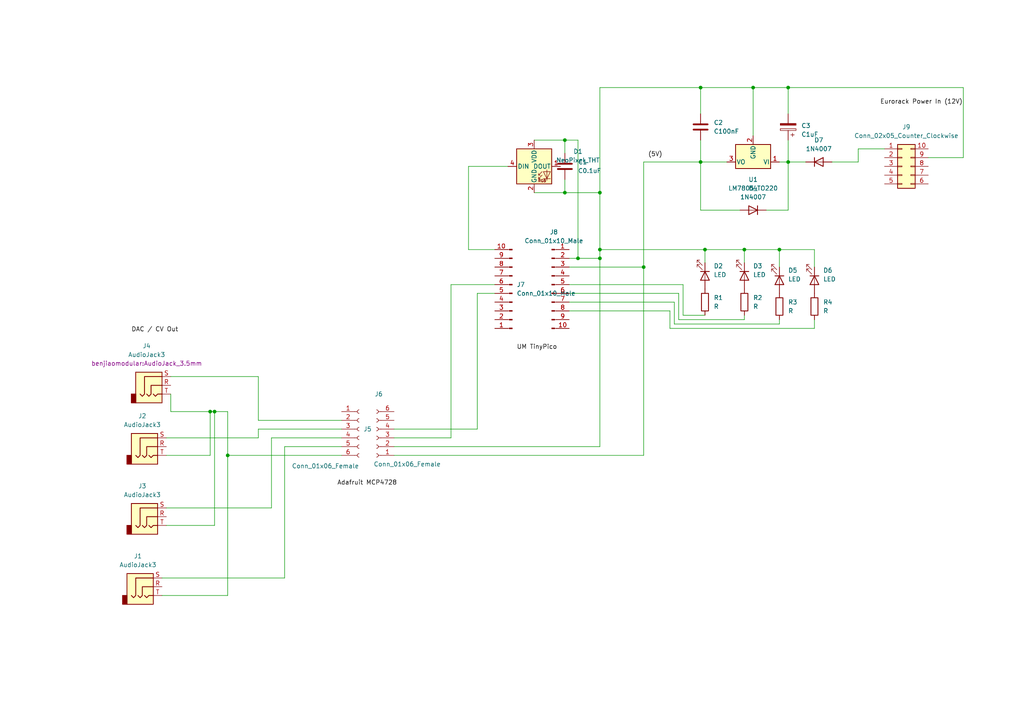
<source format=kicad_sch>
(kicad_sch (version 20211123) (generator eeschema)
  (paper "A4")
  (lib_symbols
    (symbol "Connector:AudioJack3"
      (property "Reference" "J" (at 0 8.89 0))
      (property "Value" "AudioJack3" (at 0 6.35 0))
      (symbol "AudioJack3_0_1"
        (rectangle (start -5.08 -5.08) (end -6.35 -2.54) (stroke (width 0.254)) (fill (type outline)))
        (polyline (pts (xy 0 -2.54) (xy 0.635 -3.175) (xy 1.27 -2.54) (xy 2.54 -2.54)) (stroke (width 0.254)))
        (polyline (pts (xy -1.905 -2.54) (xy -1.27 -3.175) (xy -0.635 -2.54) (xy -0.635 0) (xy 2.54 0)) (stroke (width 0.254)))
        (polyline (pts (xy 2.54 2.54) (xy -2.54 2.54) (xy -2.54 -2.54) (xy -3.175 -3.175) (xy -3.81 -2.54)) (stroke (width 0.254)))
        (rectangle (start 2.54 3.81) (end -5.08 -5.08) (stroke (width 0.254)) (fill (type background)))
      )
      (symbol "AudioJack3_1_1"
        (pin passive line (at 5.08 0 180) (length 2.54) (name "~") (number "R"))
        (pin passive line (at 5.08 2.54 180) (length 2.54) (name "~") (number "S"))
        (pin passive line (at 5.08 -2.54 180) (length 2.54) (name "~") (number "T"))
      )
    )
    (symbol "Connector:Conn_01x06_Female" (pin_names (offset 1.016) hide)
      (property "Reference" "J" (at 0 7.62 0))
      (property "Value" "Conn_01x06_Female" (at 0 -10.16 0))
      (symbol "Conn_01x06_Female_1_1"
        (arc (start 0 -7.112) (mid -0.508 -7.62) (end 0 -8.128) (stroke (width 0.1524)))
        (arc (start 0 -4.572) (mid -0.508 -5.08) (end 0 -5.588) (stroke (width 0.1524)))
        (arc (start 0 -2.032) (mid -0.508 -2.54) (end 0 -3.048) (stroke (width 0.1524)))
        (polyline (pts (xy -1.27 -7.62) (xy -0.508 -7.62)) (stroke (width 0.1524)))
        (polyline (pts (xy -1.27 -5.08) (xy -0.508 -5.08)) (stroke (width 0.1524)))
        (polyline (pts (xy -1.27 -2.54) (xy -0.508 -2.54)) (stroke (width 0.1524)))
        (polyline (pts (xy -1.27 0) (xy -0.508 0)) (stroke (width 0.1524)))
        (polyline (pts (xy -1.27 2.54) (xy -0.508 2.54)) (stroke (width 0.1524)))
        (polyline (pts (xy -1.27 5.08) (xy -0.508 5.08)) (stroke (width 0.1524)))
        (arc (start 0 0.508) (mid -0.508 0) (end 0 -0.508) (stroke (width 0.1524)))
        (arc (start 0 3.048) (mid -0.508 2.54) (end 0 2.032) (stroke (width 0.1524)))
        (arc (start 0 5.588) (mid -0.508 5.08) (end 0 4.572) (stroke (width 0.1524)))
        (pin passive line (at -5.08 5.08 0) (length 3.81) (name "Pin_1") (number "1"))
        (pin passive line (at -5.08 2.54 0) (length 3.81) (name "Pin_2") (number "2"))
        (pin passive line (at -5.08 0 0) (length 3.81) (name "Pin_3") (number "3"))
        (pin passive line (at -5.08 -2.54 0) (length 3.81) (name "Pin_4") (number "4"))
        (pin passive line (at -5.08 -5.08 0) (length 3.81) (name "Pin_5") (number "5"))
        (pin passive line (at -5.08 -7.62 0) (length 3.81) (name "Pin_6") (number "6"))
      )
    )
    (symbol "Connector:Conn_01x10_Male" (pin_names (offset 1.016) hide)
      (property "Reference" "J" (at 0 12.7 0))
      (property "Value" "Conn_01x10_Male" (at 0 -15.24 0))
      (symbol "Conn_01x10_Male_1_1"
        (polyline (pts (xy 1.27 -12.7) (xy 0.8636 -12.7)) (stroke (width 0.1524)))
        (polyline (pts (xy 1.27 -10.16) (xy 0.8636 -10.16)) (stroke (width 0.1524)))
        (polyline (pts (xy 1.27 -7.62) (xy 0.8636 -7.62)) (stroke (width 0.1524)))
        (polyline (pts (xy 1.27 -5.08) (xy 0.8636 -5.08)) (stroke (width 0.1524)))
        (polyline (pts (xy 1.27 -2.54) (xy 0.8636 -2.54)) (stroke (width 0.1524)))
        (polyline (pts (xy 1.27 0) (xy 0.8636 0)) (stroke (width 0.1524)))
        (polyline (pts (xy 1.27 2.54) (xy 0.8636 2.54)) (stroke (width 0.1524)))
        (polyline (pts (xy 1.27 5.08) (xy 0.8636 5.08)) (stroke (width 0.1524)))
        (polyline (pts (xy 1.27 7.62) (xy 0.8636 7.62)) (stroke (width 0.1524)))
        (polyline (pts (xy 1.27 10.16) (xy 0.8636 10.16)) (stroke (width 0.1524)))
        (rectangle (start 0.8636 -12.573) (end 0 -12.827) (stroke (width 0.1524)) (fill (type outline)))
        (rectangle (start 0.8636 -10.033) (end 0 -10.287) (stroke (width 0.1524)) (fill (type outline)))
        (rectangle (start 0.8636 -7.493) (end 0 -7.747) (stroke (width 0.1524)) (fill (type outline)))
        (rectangle (start 0.8636 -4.953) (end 0 -5.207) (stroke (width 0.1524)) (fill (type outline)))
        (rectangle (start 0.8636 -2.413) (end 0 -2.667) (stroke (width 0.1524)) (fill (type outline)))
        (rectangle (start 0.8636 0.127) (end 0 -0.127) (stroke (width 0.1524)) (fill (type outline)))
        (rectangle (start 0.8636 2.667) (end 0 2.413) (stroke (width 0.1524)) (fill (type outline)))
        (rectangle (start 0.8636 5.207) (end 0 4.953) (stroke (width 0.1524)) (fill (type outline)))
        (rectangle (start 0.8636 7.747) (end 0 7.493) (stroke (width 0.1524)) (fill (type outline)))
        (rectangle (start 0.8636 10.287) (end 0 10.033) (stroke (width 0.1524)) (fill (type outline)))
        (pin passive line (at 5.08 10.16 180) (length 3.81) (name "Pin_1") (number "1"))
        (pin passive line (at 5.08 -12.7 180) (length 3.81) (name "Pin_10") (number "10"))
        (pin passive line (at 5.08 7.62 180) (length 3.81) (name "Pin_2") (number "2"))
        (pin passive line (at 5.08 5.08 180) (length 3.81) (name "Pin_3") (number "3"))
        (pin passive line (at 5.08 2.54 180) (length 3.81) (name "Pin_4") (number "4"))
        (pin passive line (at 5.08 0 180) (length 3.81) (name "Pin_5") (number "5"))
        (pin passive line (at 5.08 -2.54 180) (length 3.81) (name "Pin_6") (number "6"))
        (pin passive line (at 5.08 -5.08 180) (length 3.81) (name "Pin_7") (number "7"))
        (pin passive line (at 5.08 -7.62 180) (length 3.81) (name "Pin_8") (number "8"))
        (pin passive line (at 5.08 -10.16 180) (length 3.81) (name "Pin_9") (number "9"))
      )
    )
    (symbol "Connector_Generic:Conn_02x05_Counter_Clockwise" (pin_names (offset 1.016) hide)
      (property "Reference" "J" (at 1.27 7.62 0))
      (property "Value" "Conn_02x05_Counter_Clockwise" (at 1.27 -7.62 0))
      (symbol "Conn_02x05_Counter_Clockwise_1_1"
        (rectangle (start -1.27 -4.953) (end 0 -5.207) (stroke (width 0.1524)))
        (rectangle (start -1.27 -2.413) (end 0 -2.667) (stroke (width 0.1524)))
        (rectangle (start -1.27 0.127) (end 0 -0.127) (stroke (width 0.1524)))
        (rectangle (start -1.27 2.667) (end 0 2.413) (stroke (width 0.1524)))
        (rectangle (start -1.27 5.207) (end 0 4.953) (stroke (width 0.1524)))
        (rectangle (start -1.27 6.35) (end 3.81 -6.35) (stroke (width 0.254)) (fill (type background)))
        (rectangle (start 3.81 -4.953) (end 2.54 -5.207) (stroke (width 0.1524)))
        (rectangle (start 3.81 -2.413) (end 2.54 -2.667) (stroke (width 0.1524)))
        (rectangle (start 3.81 0.127) (end 2.54 -0.127) (stroke (width 0.1524)))
        (rectangle (start 3.81 2.667) (end 2.54 2.413) (stroke (width 0.1524)))
        (rectangle (start 3.81 5.207) (end 2.54 4.953) (stroke (width 0.1524)))
        (pin passive line (at -5.08 5.08 0) (length 3.81) (name "Pin_1") (number "1"))
        (pin passive line (at 7.62 5.08 180) (length 3.81) (name "Pin_10") (number "10"))
        (pin passive line (at -5.08 2.54 0) (length 3.81) (name "Pin_2") (number "2"))
        (pin passive line (at -5.08 0 0) (length 3.81) (name "Pin_3") (number "3"))
        (pin passive line (at -5.08 -2.54 0) (length 3.81) (name "Pin_4") (number "4"))
        (pin passive line (at -5.08 -5.08 0) (length 3.81) (name "Pin_5") (number "5"))
        (pin passive line (at 7.62 -5.08 180) (length 3.81) (name "Pin_6") (number "6"))
        (pin passive line (at 7.62 -2.54 180) (length 3.81) (name "Pin_7") (number "7"))
        (pin passive line (at 7.62 0 180) (length 3.81) (name "Pin_8") (number "8"))
        (pin passive line (at 7.62 2.54 180) (length 3.81) (name "Pin_9") (number "9"))
      )
    )
    (symbol "Device:C" (pin_numbers hide) (pin_names (offset 0.254))
      (property "Reference" "C" (at 0.635 2.54 0))
      (property "Value" "C" (at 0.635 -2.54 0))
      (symbol "C_0_1"
        (polyline (pts (xy -2.032 -0.762) (xy 2.032 -0.762)) (stroke (width 0.508)))
        (polyline (pts (xy -2.032 0.762) (xy 2.032 0.762)) (stroke (width 0.508)))
      )
      (symbol "C_1_1"
        (pin passive line (at 0 3.81 270) (length 2.794) (name "~") (number "1"))
        (pin passive line (at 0 -3.81 90) (length 2.794) (name "~") (number "2"))
      )
    )
    (symbol "Device:C_Polarized" (pin_numbers hide) (pin_names (offset 0.254))
      (property "Reference" "C" (at 0.635 2.54 0))
      (property "Value" "C_Polarized" (at 0.635 -2.54 0))
      (symbol "C_Polarized_0_1"
        (rectangle (start -2.286 0.508) (end 2.286 1.016))
        (polyline (pts (xy -1.778 2.286) (xy -0.762 2.286)))
        (polyline (pts (xy -1.27 2.794) (xy -1.27 1.778)))
        (rectangle (start 2.286 -0.508) (end -2.286 -1.016) (fill (type outline)))
      )
      (symbol "C_Polarized_1_1"
        (pin passive line (at 0 3.81 270) (length 2.794) (name "~") (number "1"))
        (pin passive line (at 0 -3.81 90) (length 2.794) (name "~") (number "2"))
      )
    )
    (symbol "Device:LED" (pin_numbers hide) (pin_names (offset 1.016) hide)
      (property "Reference" "D" (at 0 2.54 0))
      (property "Value" "LED" (at 0 -2.54 0))
      (symbol "LED_0_1"
        (polyline (pts (xy -1.27 -1.27) (xy -1.27 1.27)) (stroke (width 0.254)))
        (polyline (pts (xy -1.27 0) (xy 1.27 0)))
        (polyline (pts (xy 1.27 -1.27) (xy 1.27 1.27) (xy -1.27 0) (xy 1.27 -1.27)) (stroke (width 0.254)))
        (polyline (pts (xy -3.048 -0.762) (xy -4.572 -2.286) (xy -3.81 -2.286) (xy -4.572 -2.286) (xy -4.572 -1.524)))
        (polyline (pts (xy -1.778 -0.762) (xy -3.302 -2.286) (xy -2.54 -2.286) (xy -3.302 -2.286) (xy -3.302 -1.524)))
      )
      (symbol "LED_1_1"
        (pin passive line (at -3.81 0 0) (length 2.54) (name "K") (number "1"))
        (pin passive line (at 3.81 0 180) (length 2.54) (name "A") (number "2"))
      )
    )
    (symbol "Device:R" (pin_numbers hide) (pin_names (offset 0))
      (property "Reference" "R" (at 2.032 0 90))
      (property "Value" "R" (at 0 0 90))
      (symbol "R_0_1"
        (rectangle (start -1.016 -2.54) (end 1.016 2.54) (stroke (width 0.254)))
      )
      (symbol "R_1_1"
        (pin passive line (at 0 3.81 270) (length 1.27) (name "~") (number "1"))
        (pin passive line (at 0 -3.81 90) (length 1.27) (name "~") (number "2"))
      )
    )
    (symbol "Diode:1N4007" (pin_numbers hide) (pin_names hide)
      (property "Reference" "D" (at 0 2.54 0))
      (property "Value" "1N4007" (at 0 -2.54 0))
      (symbol "1N4007_0_1"
        (polyline (pts (xy -1.27 1.27) (xy -1.27 -1.27)) (stroke (width 0.254)))
        (polyline (pts (xy 1.27 0) (xy -1.27 0)))
        (polyline (pts (xy 1.27 1.27) (xy 1.27 -1.27) (xy -1.27 0) (xy 1.27 1.27)) (stroke (width 0.254)))
      )
      (symbol "1N4007_1_1"
        (pin passive line (at -3.81 0 0) (length 2.54) (name "K") (number "1"))
        (pin passive line (at 3.81 0 180) (length 2.54) (name "A") (number "2"))
      )
    )
    (symbol "LED:NeoPixel_THT" (pin_names (offset 0.254))
      (property "Reference" "D" (at 5.08 5.715 0))
      (property "Value" "NeoPixel_THT" (at 1.27 -5.715 0))
      (symbol "NeoPixel_THT_0_0"
        (text "RGB" (at 2.286 -4.191 0) (effects (font (size 0.762 0.762))))
      )
      (symbol "NeoPixel_THT_0_1"
        (polyline (pts (xy 1.27 -3.556) (xy 1.778 -3.556)))
        (polyline (pts (xy 1.27 -2.54) (xy 1.778 -2.54)))
        (polyline (pts (xy 4.699 -3.556) (xy 2.667 -3.556)))
        (polyline (pts (xy 2.286 -2.54) (xy 1.27 -3.556) (xy 1.27 -3.048)))
        (polyline (pts (xy 2.286 -1.524) (xy 1.27 -2.54) (xy 1.27 -2.032)))
        (polyline (pts (xy 3.683 -1.016) (xy 3.683 -3.556) (xy 3.683 -4.064)))
        (polyline (pts (xy 4.699 -1.524) (xy 2.667 -1.524) (xy 3.683 -3.556) (xy 4.699 -1.524)))
        (rectangle (start 5.08 5.08) (end -5.08 -5.08) (stroke (width 0.254)) (fill (type background)))
      )
      (symbol "NeoPixel_THT_1_1"
        (pin output line (at 7.62 0 180) (length 2.54) (name "DOUT") (number "1"))
        (pin power_in line (at 0 -7.62 90) (length 2.54) (name "GND") (number "2"))
        (pin power_in line (at 0 7.62 270) (length 2.54) (name "VDD") (number "3"))
        (pin input line (at -7.62 0 0) (length 2.54) (name "DIN") (number "4"))
      )
    )
    (symbol "Regulator_Linear:LM7805_TO220" (pin_names (offset 0.254))
      (property "Reference" "U" (at -3.81 3.175 0))
      (property "Value" "LM7805_TO220" (at 0 3.175 0))
      (symbol "LM7805_TO220_0_1"
        (rectangle (start -5.08 1.905) (end 5.08 -5.08) (stroke (width 0.254)) (fill (type background)))
      )
      (symbol "LM7805_TO220_1_1"
        (pin power_in line (at -7.62 0 0) (length 2.54) (name "VI") (number "1"))
        (pin power_in line (at 0 -7.62 90) (length 2.54) (name "GND") (number "2"))
        (pin power_out line (at 7.62 0 180) (length 2.54) (name "VO") (number "3"))
      )
    )
  )
  (junction (at 226.06 72.39))
  (junction (at 218.44 25.4))
  (junction (at 173.99 55.88))
  (junction (at 163.83 55.88))
  (junction (at 60.96 119.38))
  (junction (at 186.69 77.47))
  (junction (at 203.2 46.99))
  (junction (at 215.9 72.39))
  (junction (at 228.6 25.4))
  (junction (at 173.99 72.39))
  (junction (at 167.64 74.93))
  (junction (at 204.47 72.39))
  (junction (at 228.6 46.99))
  (junction (at 203.2 25.4))
  (junction (at 163.83 40.64))
  (junction (at 62.23 119.38))
  (junction (at 173.99 74.93))
  (junction (at 66.04 132.08))
  (wire (pts (xy 165.1 87.63) (xy 195.58 87.63)))
  (wire (pts (xy 236.22 77.47) (xy 236.22 72.39)))
  (wire (pts (xy 60.96 132.08) (xy 60.96 119.38)))
  (wire (pts (xy 114.3 129.54) (xy 173.99 129.54)))
  (wire (pts (xy 173.99 129.54) (xy 173.99 74.93)))
  (wire (pts (xy 163.83 52.07) (xy 163.83 55.88)))
  (wire (pts (xy 210.82 46.99) (xy 203.2 46.99)))
  (wire (pts (xy 203.2 25.4) (xy 203.2 33.02)))
  (wire (pts (xy 248.92 43.18) (xy 256.54 43.18)))
  (wire (pts (xy 228.6 40.64) (xy 228.6 46.99)))
  (wire (pts (xy 165.1 90.17) (xy 194.31 90.17)))
  (wire (pts (xy 279.4 45.72) (xy 269.24 45.72)))
  (wire (pts (xy 74.93 109.22) (xy 74.93 121.92)))
  (wire (pts (xy 279.4 25.4) (xy 279.4 45.72)))
  (wire (pts (xy 165.1 77.47) (xy 186.69 77.47)))
  (wire (pts (xy 66.04 172.72) (xy 66.04 132.08)))
  (wire (pts (xy 203.2 60.96) (xy 203.2 46.99)))
  (wire (pts (xy 114.3 132.08) (xy 186.69 132.08)))
  (wire (pts (xy 48.26 127) (xy 74.93 127)))
  (wire (pts (xy 241.3 46.99) (xy 248.92 46.99)))
  (wire (pts (xy 167.64 40.64) (xy 167.64 74.93)))
  (wire (pts (xy 147.32 48.26) (xy 135.89 48.26)))
  (wire (pts (xy 154.94 55.88) (xy 163.83 55.88)))
  (wire (pts (xy 163.83 55.88) (xy 173.99 55.88)))
  (wire (pts (xy 66.04 132.08) (xy 99.06 132.08)))
  (wire (pts (xy 114.3 124.46) (xy 138.43 124.46)))
  (wire (pts (xy 194.31 95.25) (xy 236.22 95.25)))
  (wire (pts (xy 203.2 40.64) (xy 203.2 46.99)))
  (wire (pts (xy 215.9 72.39) (xy 204.47 72.39)))
  (wire (pts (xy 204.47 76.2) (xy 204.47 72.39)))
  (wire (pts (xy 167.64 74.93) (xy 173.99 74.93)))
  (wire (pts (xy 163.83 40.64) (xy 167.64 40.64)))
  (wire (pts (xy 130.81 82.55) (xy 130.81 127)))
  (wire (pts (xy 228.6 25.4) (xy 218.44 25.4)))
  (wire (pts (xy 228.6 46.99) (xy 233.68 46.99)))
  (wire (pts (xy 215.9 76.2) (xy 215.9 72.39)))
  (wire (pts (xy 82.55 129.54) (xy 99.06 129.54)))
  (wire (pts (xy 226.06 93.98) (xy 226.06 92.71)))
  (wire (pts (xy 62.23 119.38) (xy 60.96 119.38)))
  (wire (pts (xy 143.51 82.55) (xy 130.81 82.55)))
  (wire (pts (xy 154.94 40.64) (xy 163.83 40.64)))
  (wire (pts (xy 173.99 25.4) (xy 203.2 25.4)))
  (wire (pts (xy 226.06 46.99) (xy 228.6 46.99)))
  (wire (pts (xy 49.53 109.22) (xy 74.93 109.22)))
  (wire (pts (xy 49.53 119.38) (xy 49.53 114.3)))
  (wire (pts (xy 78.74 127) (xy 78.74 147.32)))
  (wire (pts (xy 74.93 124.46) (xy 99.06 124.46)))
  (wire (pts (xy 173.99 55.88) (xy 173.99 25.4)))
  (wire (pts (xy 186.69 132.08) (xy 186.69 77.47)))
  (wire (pts (xy 222.25 60.96) (xy 228.6 60.96)))
  (wire (pts (xy 196.85 92.71) (xy 215.9 92.71)))
  (wire (pts (xy 228.6 25.4) (xy 228.6 33.02)))
  (wire (pts (xy 226.06 72.39) (xy 215.9 72.39)))
  (wire (pts (xy 66.04 119.38) (xy 62.23 119.38)))
  (wire (pts (xy 248.92 46.99) (xy 248.92 43.18)))
  (wire (pts (xy 130.81 127) (xy 114.3 127)))
  (wire (pts (xy 236.22 95.25) (xy 236.22 92.71)))
  (wire (pts (xy 48.26 132.08) (xy 60.96 132.08)))
  (wire (pts (xy 228.6 60.96) (xy 228.6 46.99)))
  (wire (pts (xy 165.1 85.09) (xy 196.85 85.09)))
  (wire (pts (xy 198.12 82.55) (xy 198.12 91.44)))
  (wire (pts (xy 198.12 91.44) (xy 204.47 91.44)))
  (wire (pts (xy 195.58 87.63) (xy 195.58 93.98)))
  (wire (pts (xy 46.99 167.64) (xy 82.55 167.64)))
  (wire (pts (xy 66.04 132.08) (xy 66.04 119.38)))
  (wire (pts (xy 135.89 72.39) (xy 143.51 72.39)))
  (wire (pts (xy 74.93 121.92) (xy 99.06 121.92)))
  (wire (pts (xy 165.1 74.93) (xy 167.64 74.93)))
  (wire (pts (xy 165.1 82.55) (xy 198.12 82.55)))
  (wire (pts (xy 203.2 46.99) (xy 186.69 46.99)))
  (wire (pts (xy 46.99 172.72) (xy 66.04 172.72)))
  (wire (pts (xy 138.43 85.09) (xy 143.51 85.09)))
  (wire (pts (xy 196.85 85.09) (xy 196.85 92.71)))
  (wire (pts (xy 204.47 72.39) (xy 173.99 72.39)))
  (wire (pts (xy 82.55 167.64) (xy 82.55 129.54)))
  (wire (pts (xy 215.9 92.71) (xy 215.9 91.44)))
  (wire (pts (xy 186.69 46.99) (xy 186.69 77.47)))
  (wire (pts (xy 226.06 77.47) (xy 226.06 72.39)))
  (wire (pts (xy 78.74 147.32) (xy 48.26 147.32)))
  (wire (pts (xy 236.22 72.39) (xy 226.06 72.39)))
  (wire (pts (xy 163.83 40.64) (xy 163.83 44.45)))
  (wire (pts (xy 62.23 119.38) (xy 62.23 152.4)))
  (wire (pts (xy 195.58 93.98) (xy 226.06 93.98)))
  (wire (pts (xy 279.4 25.4) (xy 228.6 25.4)))
  (wire (pts (xy 99.06 127) (xy 78.74 127)))
  (wire (pts (xy 194.31 90.17) (xy 194.31 95.25)))
  (wire (pts (xy 138.43 124.46) (xy 138.43 85.09)))
  (wire (pts (xy 48.26 152.4) (xy 62.23 152.4)))
  (wire (pts (xy 173.99 72.39) (xy 173.99 55.88)))
  (wire (pts (xy 218.44 25.4) (xy 218.44 39.37)))
  (wire (pts (xy 173.99 74.93) (xy 173.99 72.39)))
  (wire (pts (xy 218.44 25.4) (xy 203.2 25.4)))
  (wire (pts (xy 60.96 119.38) (xy 49.53 119.38)))
  (wire (pts (xy 214.63 60.96) (xy 203.2 60.96)))
  (wire (pts (xy 74.93 127) (xy 74.93 124.46)))
  (wire (pts (xy 135.89 48.26) (xy 135.89 72.39)))
  (label "UM TinyPico" (at 149.86 101.6 0))
  (label "(5V)" (at 187.96 45.72 0))
  (label "DAC {slash} CV Out" (at 38.1 96.52 0))
  (label "Adafruit MCP4728" (at 97.79 140.97 0))
  (label "Eurorack Power In (12V)" (at 255.27 30.48 0))
  (symbol (lib_id "Device:R") (at 204.47 87.63 0) (unit 1)
    (property "Reference" "R1" (at 207.01 86.3599 0) (effects (justify left)))
    (property "Value" "R" (at 207.01 88.8999 0) (effects (justify left)))
    (property "Footprint" "Resistor_THT:R_Axial_DIN0204_L3.6mm_D1.6mm_P2.54mm_Vertical" (effects hide))
  )
  (symbol (lib_id "Device:C") (at 203.2 36.83 0) (unit 1)
    (property "Reference" "C2" (at 207.01 35.5599 0) (effects (justify left)))
    (property "Value" "C100nF" (at 207.01 38.0999 0) (effects (justify left)))
    (property "Footprint" "Capacitor_THT:C_Rect_L4.0mm_W2.5mm_P2.50mm" (effects hide))
  )
  (symbol (lib_id "Device:LED") (at 215.9 80.01 270) (unit 1)
    (property "Reference" "D3" (at 218.44 77.1524 90) (effects (justify left)))
    (property "Value" "LED" (at 218.44 79.6924 90) (effects (justify left)))
    (property "Footprint" "LED_THT:LED_D3.0mm" (effects hide))
  )
  (symbol (lib_id "LED:NeoPixel_THT") (at 154.94 48.26 0) (unit 1)
    (property "Reference" "D1" (at 167.64 43.9293 0))
    (property "Value" "NeoPixel_THT" (at 167.64 46.4693 0))
    (property "Footprint" "LED_THT:LED_D5.0mm-4_RGB_Staggered_Pins" (effects hide))
    (property "Datasheet" "https://www.adafruit.com/product/1938" (effects hide))
  )
  (symbol (lib_id "Device:C_Polarized") (at 228.6 36.83 180) (unit 1)
    (property "Reference" "C3" (at 232.41 36.4489 0) (effects (justify right)))
    (property "Value" "C1uF" (at 232.41 38.9889 0) (effects (justify right)))
    (property "Footprint" "Capacitor_THT:CP_Radial_D5.0mm_P2.50mm" (effects hide))
  )
  (symbol (lib_id "Device:LED") (at 236.22 81.28 270) (unit 1)
    (property "Reference" "D6" (at 238.76 78.4224 90) (effects (justify left)))
    (property "Value" "LED" (at 238.76 80.9624 90) (effects (justify left)))
    (property "Footprint" "LED_THT:LED_D3.0mm" (effects hide))
  )
  (symbol (lib_id "Connector_Generic:Conn_02x05_Counter_Clockwise") (at 261.62 48.26 0) (unit 1)
    (property "Reference" "J9" (at 262.89 36.83 0))
    (property "Value" "Conn_02x05_Counter_Clockwise" (at 262.89 39.37 0))
    (property "Footprint" "Connector_IDC:IDC-Header_2x05_P2.54mm_Vertical" (effects hide))
  )
  (symbol (lib_id "Regulator_Linear:LM7805_TO220") (at 218.44 46.99 180) (unit 1)
    (property "Reference" "U1" (at 218.44 52.07 0))
    (property "Value" "LM7805_TO220" (at 218.44 54.61 0))
    (property "Footprint" "Package_TO_SOT_THT:TO-220-3_Vertical" (effects hide))
    (property "Datasheet" "https://www.onsemi.cn/PowerSolutions/document/MC7800-D.PDF" (effects hide))
  )
  (symbol (lib_id "Device:C") (at 163.83 48.26 0) (unit 1)
    (property "Reference" "C1" (at 167.64 46.9899 0) (effects (justify left)))
    (property "Value" "C0.1uF" (at 167.64 49.5299 0) (effects (justify left)))
    (property "Footprint" "Capacitor_THT:C_Rect_L4.0mm_W2.5mm_P2.50mm" (effects hide))
  )
  (symbol (lib_id "Connector:AudioJack3") (at 43.18 129.54 0) (unit 1)
    (property "Reference" "J2" (at 41.275 120.65 0))
    (property "Value" "AudioJack3" (at 41.275 123.19 0))
    (property "Footprint" "benjiaomodular:AudioJack_3.5mm" (effects hide))
  )
  (symbol (lib_id "Connector:AudioJack3") (at 41.91 170.18 0) (unit 1)
    (property "Reference" "J1" (at 40.005 161.29 0))
    (property "Value" "AudioJack3" (at 40.005 163.83 0))
    (property "Footprint" "benjiaomodular:AudioJack_3.5mm" (effects hide))
  )
  (symbol (lib_id "Connector:Conn_01x10_Male") (at 160.02 82.55 0) (unit 1)
    (property "Reference" "J8" (at 160.655 67.31 0))
    (property "Value" "Conn_01x10_Male" (at 160.655 69.85 0))
    (property "Footprint" "Connector_PinSocket_2.54mm:PinSocket_1x10_P2.54mm_Vertical" (effects hide))
  )
  (symbol (lib_id "Connector:Conn_01x10_Male") (at 148.59 85.09 180) (unit 1)
    (property "Reference" "J7" (at 149.86 82.5499 0) (effects (justify right)))
    (property "Value" "Conn_01x10_Male" (at 149.86 85.0899 0) (effects (justify right)))
    (property "Footprint" "Connector_PinSocket_2.54mm:PinSocket_1x10_P2.54mm_Vertical" (effects hide))
  )
  (symbol (lib_id "Device:R") (at 215.9 87.63 0) (unit 1)
    (property "Reference" "R2" (at 218.44 86.3599 0) (effects (justify left)))
    (property "Value" "R" (at 218.44 88.8999 0) (effects (justify left)))
    (property "Footprint" "Resistor_THT:R_Axial_DIN0204_L3.6mm_D1.6mm_P2.54mm_Vertical" (effects hide))
  )
  (symbol (lib_id "Connector:Conn_01x06_Female") (at 109.22 127 180) (unit 1)
    (property "Reference" "J6" (at 109.855 114.3 0))
    (property "Value" "Conn_01x06_Female" (at 118.11 134.62 0))
    (property "Footprint" "Connector_PinSocket_2.54mm:PinSocket_1x06_P2.54mm_Vertical" (effects hide))
  )
  (symbol (lib_id "Diode:1N4007") (at 237.49 46.99 0) (unit 1)
    (property "Reference" "D7" (at 237.49 40.64 0))
    (property "Value" "1N4007" (at 237.49 43.18 0))
    (property "Footprint" "Diode_THT:D_DO-41_SOD81_P10.16mm_Horizontal" (effects hide))
    (property "Datasheet" "http://www.vishay.com/docs/88503/1n4001.pdf" (effects hide))
  )
  (symbol (lib_id "Connector:Conn_01x06_Female") (at 104.14 124.46 0) (unit 1)
    (property "Reference" "J5" (at 105.41 124.4599 0) (effects (justify left)))
    (property "Value" "Conn_01x06_Female" (at 104.14 135.89 0) (effects (justify right bottom)))
    (property "Footprint" "Connector_PinSocket_2.54mm:PinSocket_1x06_P2.54mm_Vertical" (effects hide))
  )
  (symbol (lib_id "Device:R") (at 236.22 88.9 0) (unit 1)
    (property "Reference" "R4" (at 238.76 87.6299 0) (effects (justify left)))
    (property "Value" "R" (at 238.76 90.1699 0) (effects (justify left)))
    (property "Footprint" "Resistor_THT:R_Axial_DIN0204_L3.6mm_D1.6mm_P2.54mm_Vertical" (effects hide))
  )
  (symbol (lib_id "Connector:AudioJack3") (at 44.45 111.76 0) (unit 1)
    (property "Reference" "J4" (at 42.545 100.33 0))
    (property "Value" "AudioJack3" (at 42.545 102.87 0))
    (property "Footprint" "benjiaomodular:AudioJack_3.5mm" (at 42.545 105.41 0))
  )
  (symbol (lib_id "Device:LED") (at 226.06 81.28 270) (unit 1)
    (property "Reference" "D5" (at 228.6 78.4224 90) (effects (justify left)))
    (property "Value" "LED" (at 228.6 80.9624 90) (effects (justify left)))
    (property "Footprint" "LED_THT:LED_D3.0mm" (effects hide))
  )
  (symbol (lib_id "Device:R") (at 226.06 88.9 0) (unit 1)
    (property "Reference" "R3" (at 228.6 87.6299 0) (effects (justify left)))
    (property "Value" "R" (at 228.6 90.1699 0) (effects (justify left)))
    (property "Footprint" "Resistor_THT:R_Axial_DIN0204_L3.6mm_D1.6mm_P2.54mm_Vertical" (effects hide))
  )
  (symbol (lib_id "Device:LED") (at 204.47 80.01 270) (unit 1)
    (property "Reference" "D2" (at 207.01 77.1524 90) (effects (justify left)))
    (property "Value" "LED" (at 207.01 79.6924 90) (effects (justify left)))
    (property "Footprint" "LED_THT:LED_D3.0mm" (effects hide))
  )
  (symbol (lib_id "Diode:1N4007") (at 218.44 60.96 180) (unit 1)
    (property "Reference" "D4" (at 218.44 54.61 0))
    (property "Value" "1N4007" (at 218.44 57.15 0))
    (property "Footprint" "Diode_THT:D_DO-41_SOD81_P10.16mm_Horizontal" (effects hide))
    (property "Datasheet" "http://www.vishay.com/docs/88503/1n4001.pdf" (effects hide))
  )
  (symbol (lib_id "Connector:AudioJack3") (at 43.18 149.86 0) (unit 1)
    (property "Reference" "J3" (at 41.275 140.97 0))
    (property "Value" "AudioJack3" (at 41.275 143.51 0))
    (property "Footprint" "benjiaomodular:AudioJack_3.5mm" (effects hide))
  )
)
</source>
